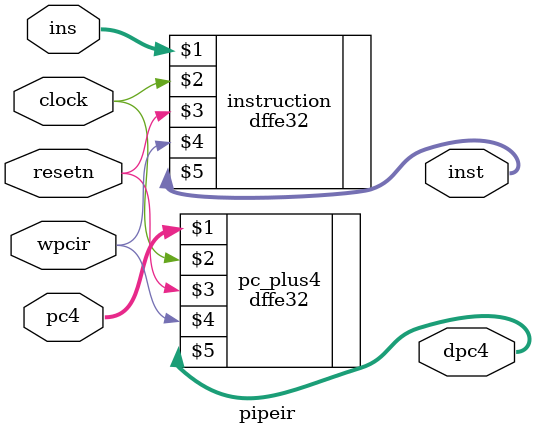
<source format=v>
module pipeir ( 
	pc4,ins,wpcir,clock,resetn,
	dpc4,inst );
	
	input [31:0] pc4,ins;
	input wpcir,clock,resetn;
	
	output [31:0] dpc4,inst;
	
	dffe32 pc_plus4(pc4,clock,resetn,wpcir,dpc4);
	dffe32 instruction(ins,clock,resetn,wpcir,inst);

endmodule
</source>
